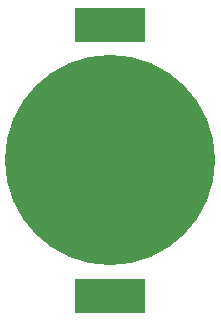
<source format=gbp>
%TF.GenerationSoftware,KiCad,Pcbnew,(6.0.7)*%
%TF.CreationDate,2022-10-09T20:43:52-07:00*%
%TF.ProjectId,IEEE_PCB_SMD,49454545-5f50-4434-925f-534d442e6b69,rev?*%
%TF.SameCoordinates,Original*%
%TF.FileFunction,Paste,Bot*%
%TF.FilePolarity,Positive*%
%FSLAX46Y46*%
G04 Gerber Fmt 4.6, Leading zero omitted, Abs format (unit mm)*
G04 Created by KiCad (PCBNEW (6.0.7)) date 2022-10-09 20:43:52*
%MOMM*%
%LPD*%
G01*
G04 APERTURE LIST*
%ADD10R,6.000000X3.000000*%
%ADD11C,17.800000*%
G04 APERTURE END LIST*
D10*
%TO.C,BT1*%
X149495846Y-106637154D03*
X149495846Y-83737154D03*
D11*
X149495846Y-95187154D03*
%TD*%
M02*

</source>
